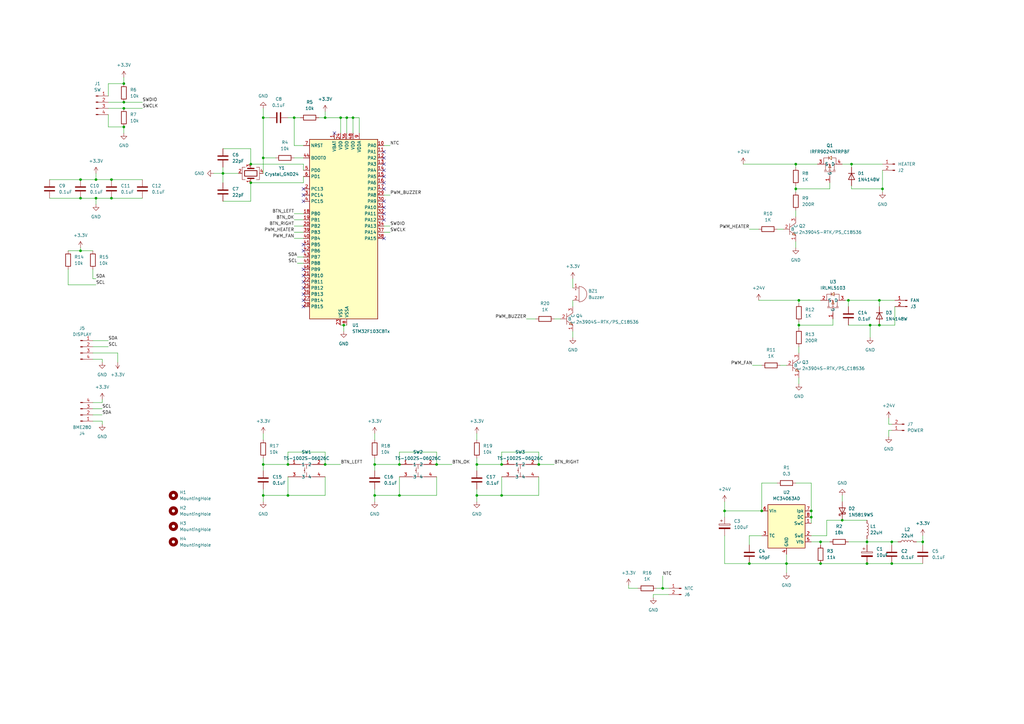
<source format=kicad_sch>
(kicad_sch (version 20230121) (generator eeschema)
  (paper "A3")
  (title_block (title "QymDryer") (date "2024-01-16") (rev "0.02") (company "https://github.com/basson/qym-filamet-dryer"))
  (lib_symbols
    (symbol "Connector:Conn_01x02_Pin" (pin_names (offset 1.016) hide)
      (property "Reference" "J" (at 0 2.54 0))
      (property "Value" "Conn_01x02_Pin" (at 0 -5.08 0))
      (symbol "Conn_01x02_Pin_1_1"
        (pin passive line (at 5.08 0 180) (length 3.81) (name "Pin_1") (number "1"))
        (pin passive line (at 5.08 -2.54 180) (length 3.81) (name "Pin_2") (number "2"))
      )
    )
    (symbol "Connector:Conn_01x04_Pin" (pin_names (offset 1.016) hide)
      (property "Reference" "J" (at 0 5.08 0))
      (property "Value" "Conn_01x04_Pin" (at 0 -7.62 0))
      (symbol "Conn_01x04_Pin_1_1"
        (pin passive line (at 5.08 2.54 180) (length 3.81) (name "Pin_1") (number "1"))
        (pin passive line (at 5.08 0 180) (length 3.81) (name "Pin_2") (number "2"))
        (pin passive line (at 5.08 -2.54 180) (length 3.81) (name "Pin_3") (number "3"))
        (pin passive line (at 5.08 -5.08 180) (length 3.81) (name "Pin_4") (number "4"))
      )
    )
    (symbol "Device:Buzzer" (pin_names (offset 0.0254) hide)
      (property "Reference" "BZ" (at 3.81 1.27 0))
      (property "Value" "Buzzer" (at 3.81 -1.27 0))
      (symbol "Buzzer_1_1"
        (pin passive line (at -2.54 2.54 0) (length 2.54) (name "-") (number "1"))
        (pin passive line (at -2.54 -2.54 0) (length 2.54) (name "+") (number "2"))
      )
    )
    (symbol "Device:C" (pin_numbers hide) (pin_names (offset 0.254))
      (property "Reference" "C" (at 0.635 2.54 0))
      (property "Value" "C" (at 0.635 -2.54 0))
      (symbol "C_1_1"
        (pin passive line (at 0 3.81 270) (length 2.794) (name "~") (number "1"))
        (pin passive line (at 0 -3.81 90) (length 2.794) (name "~") (number "2"))
      )
    )
    (symbol "Device:C_Polarized" (pin_numbers hide) (pin_names (offset 0.254))
      (property "Reference" "C" (at 0.635 2.54 0))
      (property "Value" "C_Polarized" (at 0.635 -2.54 0))
      (symbol "C_Polarized_1_1"
        (pin passive line (at 0 3.81 270) (length 2.794) (name "~") (number "1"))
        (pin passive line (at 0 -3.81 90) (length 2.794) (name "~") (number "2"))
      )
    )
    (symbol "Device:Crystal_GND24" (pin_names (offset 1.016) hide)
      (property "Reference" "Y" (at 3.175 5.08 0))
      (property "Value" "Crystal_GND24" (at 3.175 3.175 0))
      (symbol "Crystal_GND24_1_1"
        (pin passive line (at -3.81 0 0) (length 1.27) (name "1") (number "1"))
        (pin passive line (at 0 5.08 270) (length 1.27) (name "2") (number "2"))
        (pin passive line (at 3.81 0 180) (length 1.27) (name "3") (number "3"))
        (pin passive line (at 0 -5.08 90) (length 1.27) (name "4") (number "4"))
      )
    )
    (symbol "Device:L" (pin_numbers hide) (pin_names (offset 1.016) hide)
      (property "Reference" "L" (at -1.27 0 90))
      (property "Value" "L" (at 1.905 0 90))
      (symbol "L_1_1"
        (pin passive line (at 0 3.81 270) (length 1.27) (name "1") (number "1"))
        (pin passive line (at 0 -3.81 90) (length 1.27) (name "2") (number "2"))
      )
    )
    (symbol "Device:R" (pin_numbers hide) (pin_names (offset 0))
      (property "Reference" "R" (at 2.032 0 90))
      (property "Value" "R" (at 0 0 90))
      (symbol "R_1_1"
        (pin passive line (at 0 3.81 270) (length 1.27) (name "~") (number "1"))
        (pin passive line (at 0 -3.81 90) (length 1.27) (name "~") (number "2"))
      )
    )
    (symbol "Diode:1N4148W" (pin_numbers hide) (pin_names hide)
      (property "Reference" "D" (at 0 2.54 0))
      (property "Value" "1N4148W" (at 0 -2.54 0))
      (symbol "1N4148W_1_1"
        (pin passive line (at -3.81 0 0) (length 2.54) (name "K") (number "1"))
        (pin passive line (at 3.81 0 180) (length 2.54) (name "A") (number "2"))
      )
    )
    (symbol "Diode:1N5819WS" (pin_numbers hide) (pin_names (offset 1.016) hide)
      (property "Reference" "D" (at 0 2.54 0))
      (property "Value" "1N5819WS" (at 0 -2.54 0))
      (symbol "1N5819WS_1_1"
        (pin passive line (at -3.81 0 0) (length 2.54) (name "K") (number "1"))
        (pin passive line (at 3.81 0 180) (length 2.54) (name "A") (number "2"))
      )
    )
    (symbol "MCU_ST_STM32F1:STM32F103CBTx"
      (property "Reference" "U" (at -12.7 39.37 0))
      (property "Value" "STM32F103CBTx" (at 10.16 39.37 0))
      (symbol "STM32F103CBTx_1_1"
        (pin power_in line (at -2.54 40.64 270) (length 2.54) (name "VBAT") (number "1"))
        (pin bidirectional line (at 17.78 35.56 180) (length 2.54) (name "PA0") (number "10"))
        (pin bidirectional line (at 17.78 33.02 180) (length 2.54) (name "PA1") (number "11"))
        (pin bidirectional line (at 17.78 30.48 180) (length 2.54) (name "PA2") (number "12"))
        (pin bidirectional line (at 17.78 27.94 180) (length 2.54) (name "PA3") (number "13"))
        (pin bidirectional line (at 17.78 25.4 180) (length 2.54) (name "PA4") (number "14"))
        (pin bidirectional line (at 17.78 22.86 180) (length 2.54) (name "PA5") (number "15"))
        (pin bidirectional line (at 17.78 20.32 180) (length 2.54) (name "PA6") (number "16"))
        (pin bidirectional line (at 17.78 17.78 180) (length 2.54) (name "PA7") (number "17"))
        (pin bidirectional line (at -15.24 7.62 0) (length 2.54) (name "PB0") (number "18"))
        (pin bidirectional line (at -15.24 5.08 0) (length 2.54) (name "PB1") (number "19"))
        (pin bidirectional line (at -15.24 17.78 0) (length 2.54) (name "PC13") (number "2"))
        (pin bidirectional line (at -15.24 2.54 0) (length 2.54) (name "PB2") (number "20"))
        (pin bidirectional line (at -15.24 -17.78 0) (length 2.54) (name "PB10") (number "21"))
        (pin bidirectional line (at -15.24 -20.32 0) (length 2.54) (name "PB11") (number "22"))
        (pin power_in line (at 0 -38.1 90) (length 2.54) (name "VSS") (number "23"))
        (pin power_in line (at 0 40.64 270) (length 2.54) (name "VDD") (number "24"))
        (pin bidirectional line (at -15.24 -22.86 0) (length 2.54) (name "PB12") (number "25"))
        (pin bidirectional line (at -15.24 -25.4 0) (length 2.54) (name "PB13") (number "26"))
        (pin bidirectional line (at -15.24 -27.94 0) (length 2.54) (name "PB14") (number "27"))
        (pin bidirectional line (at -15.24 -30.48 0) (length 2.54) (name "PB15") (number "28"))
        (pin bidirectional line (at 17.78 15.24 180) (length 2.54) (name "PA8") (number "29"))
        (pin bidirectional line (at -15.24 15.24 0) (length 2.54) (name "PC14") (number "3"))
        (pin bidirectional line (at 17.78 12.7 180) (length 2.54) (name "PA9") (number "30"))
        (pin bidirectional line (at 17.78 10.16 180) (length 2.54) (name "PA10") (number "31"))
        (pin bidirectional line (at 17.78 7.62 180) (length 2.54) (name "PA11") (number "32"))
        (pin bidirectional line (at 17.78 5.08 180) (length 2.54) (name "PA12") (number "33"))
        (pin bidirectional line (at 17.78 2.54 180) (length 2.54) (name "PA13") (number "34"))
        (pin passive line (at 0 -38.1 90) (length 2.54) hide (name "VSS") (number "35"))
        (pin power_in line (at 2.54 40.64 270) (length 2.54) (name "VDD") (number "36"))
        (pin bidirectional line (at 17.78 0 180) (length 2.54) (name "PA14") (number "37"))
        (pin bidirectional line (at 17.78 -2.54 180) (length 2.54) (name "PA15") (number "38"))
        (pin bidirectional line (at -15.24 0 0) (length 2.54) (name "PB3") (number "39"))
        (pin bidirectional line (at -15.24 12.7 0) (length 2.54) (name "PC15") (number "4"))
        (pin bidirectional line (at -15.24 -2.54 0) (length 2.54) (name "PB4") (number "40"))
        (pin bidirectional line (at -15.24 -5.08 0) (length 2.54) (name "PB5") (number "41"))
        (pin bidirectional line (at -15.24 -7.62 0) (length 2.54) (name "PB6") (number "42"))
        (pin bidirectional line (at -15.24 -10.16 0) (length 2.54) (name "PB7") (number "43"))
        (pin input line (at -15.24 30.48 0) (length 2.54) (name "BOOT0") (number "44"))
        (pin bidirectional line (at -15.24 -12.7 0) (length 2.54) (name "PB8") (number "45"))
        (pin bidirectional line (at -15.24 -15.24 0) (length 2.54) (name "PB9") (number "46"))
        (pin passive line (at 0 -38.1 90) (length 2.54) hide (name "VSS") (number "47"))
        (pin power_in line (at 5.08 40.64 270) (length 2.54) (name "VDD") (number "48"))
        (pin bidirectional line (at -15.24 25.4 0) (length 2.54) (name "PD0") (number "5"))
        (pin bidirectional line (at -15.24 22.86 0) (length 2.54) (name "PD1") (number "6"))
        (pin input line (at -15.24 35.56 0) (length 2.54) (name "NRST") (number "7"))
        (pin power_in line (at 2.54 -38.1 90) (length 2.54) (name "VSSA") (number "8"))
        (pin power_in line (at 7.62 40.64 270) (length 2.54) (name "VDDA") (number "9"))
      )
    )
    (symbol "Mechanical:MountingHole" (pin_names (offset 1.016))
      (property "Reference" "H" (at 0 5.08 0))
      (property "Value" "MountingHole" (at 0 3.175 0))
    )
    (symbol "Regulator_Switching:MC34063AD"
      (property "Reference" "U" (at -7.62 8.89 0))
      (property "Value" "MC34063AD" (at 0 8.89 0))
      (symbol "MC34063AD_1_1"
        (pin open_collector line (at 10.16 0 180) (length 2.54) (name "SwC") (number "1"))
        (pin open_emitter line (at 10.16 -5.08 180) (length 2.54) (name "SwE") (number "2"))
        (pin passive line (at -10.16 -5.08 0) (length 2.54) (name "TC") (number "3"))
        (pin power_in line (at 0 -12.7 90) (length 2.54) (name "GND") (number "4"))
        (pin input line (at 10.16 -7.62 180) (length 2.54) (name "Vfb") (number "5"))
        (pin power_in line (at -10.16 5.08 0) (length 2.54) (name "Vin") (number "6"))
        (pin input line (at 10.16 5.08 180) (length 2.54) (name "Ipk") (number "7"))
        (pin open_collector line (at 10.16 2.54 180) (length 2.54) (name "DC") (number "8"))
      )
    )
    (symbol "easyeda2kicad:2n3904S-RTK_PS_C18536"
      (property "Reference" "Q" (at 0 10.16 0))
      (property "Value" "2n3904S-RTK/PS_C18536" (at 0 -10.16 0))
      (symbol "2n3904S-RTK_PS_C18536_0_1"
        (pin input line (at 2.54 -5.08 90) (length 2.54) (name "E") (number "1"))
        (pin input line (at -2.54 0 0) (length 2.54) (name "B") (number "2"))
        (pin input line (at 2.54 5.08 270) (length 2.54) (name "C") (number "3"))
      )
    )
    (symbol "easyeda2kicad:IRFR9024NTRPBF"
      (property "Reference" "Q" (at 0 10.16 0))
      (property "Value" "IRFR9024NTRPBF" (at 0 -10.16 0))
      (symbol "IRFR9024NTRPBF_0_1"
        (pin unspecified line (at -5.08 0 0) (length 2.54) (name "G") (number "1"))
        (pin unspecified line (at 2.54 -5.08 90) (length 2.54) (name "S") (number "3"))
        (pin unspecified line (at 2.54 5.08 270) (length 2.54) (name "D") (number "4"))
      )
    )
    (symbol "easyeda2kicad:IRLML5103"
      (property "Reference" "U" (at 0 10.16 0))
      (property "Value" "IRLML5103" (at 0 -10.16 0))
      (symbol "IRLML5103_0_1"
        (pin unspecified line (at -7.62 0 0) (length 2.54) (name "G") (number "1"))
        (pin unspecified line (at 0 -5.08 90) (length 2.54) (name "S") (number "2"))
        (pin unspecified line (at 0 5.08 270) (length 2.54) (name "D") (number "3"))
      )
    )
    (symbol "easyeda2kicad:TS-1002S-06026C"
      (property "Reference" "SW" (at 0 7.62 0))
      (property "Value" "TS-1002S-06026C" (at 0 -7.62 0))
      (symbol "TS-1002S-06026C_0_1"
        (pin unspecified line (at -7.62 2.54 0) (length 5.08) (name "1") (number "1"))
        (pin unspecified line (at 7.62 2.54 180) (length 5.08) (name "2") (number "2"))
        (pin unspecified line (at -7.62 -2.54 0) (length 5.08) (name "3") (number "3"))
        (pin unspecified line (at 7.62 -2.54 180) (length 5.08) (name "4") (number "4"))
      )
    )
    (symbol "power:+24V" (power) (pin_names (offset 0))
      (property "Value" "+24V" (at 0 3.556 0))
      (symbol "+24V_1_1"
        (pin power_in line (at 0 0 90) (length 0) hide (name "+24V") (number "1"))
      )
    )
    (symbol "power:+3.3V" (power) (pin_names (offset 0))
      (property "Value" "+3.3V" (at 0 3.556 0))
      (symbol "+3.3V_1_1"
        (pin power_in line (at 0 0 90) (length 0) hide (name "+3.3V") (number "1"))
      )
    )
    (symbol "power:GND" (power) (pin_names (offset 0))
      (property "Value" "GND" (at 0 -3.81 0))
      (symbol "GND_1_1"
        (pin power_in line (at 0 0 270) (length 0) hide (name "GND") (number "1"))
      )
    )
  )
  (junction (at 107.95 64.77))
  (junction (at 365.76 231.14))
  (junction (at 144.78 48.26))
  (junction (at 140.97 133.35))
  (junction (at 307.34 231.14))
  (junction (at 50.8 44.45))
  (junction (at 102.87 74.93))
  (junction (at 205.74 203.2))
  (junction (at 153.67 203.2))
  (junction (at 107.95 203.2))
  (junction (at 271.78 241.3))
  (junction (at 142.24 48.26))
  (junction (at 39.37 73.66))
  (junction (at 205.74 190.5))
  (junction (at 332.74 212.09))
  (junction (at 322.58 231.14))
  (junction (at 33.02 102.87))
  (junction (at 139.7 48.26))
  (junction (at 355.6 231.14))
  (junction (at 297.18 209.55))
  (junction (at 327.66 133.35))
  (junction (at 336.55 222.25))
  (junction (at 153.67 190.5))
  (junction (at 336.55 231.14))
  (junction (at 39.37 81.28))
  (junction (at 33.02 81.28))
  (junction (at 355.6 222.25))
  (junction (at 50.8 34.29))
  (junction (at 347.98 123.19))
  (junction (at 345.44 213.36))
  (junction (at 118.11 203.2))
  (junction (at 195.58 190.5))
  (junction (at 361.95 77.47))
  (junction (at 326.39 67.31))
  (junction (at 356.87 133.35))
  (junction (at 45.72 73.66))
  (junction (at 50.8 52.07))
  (junction (at 332.74 209.55))
  (junction (at 107.95 48.26))
  (junction (at 91.44 71.12))
  (junction (at 360.68 123.19))
  (junction (at 365.76 222.25))
  (junction (at 133.35 190.5))
  (junction (at 133.35 48.26))
  (junction (at 118.11 190.5))
  (junction (at 50.8 41.91))
  (junction (at 120.65 48.26))
  (junction (at 195.58 203.2))
  (junction (at 360.68 133.35))
  (junction (at 163.83 203.2))
  (junction (at 312.42 209.55))
  (junction (at 378.46 222.25))
  (junction (at 327.66 123.19))
  (junction (at 326.39 77.47))
  (junction (at 102.87 67.31))
  (junction (at 179.07 190.5))
  (junction (at 107.95 190.5))
  (junction (at 220.98 190.5))
  (junction (at 163.83 190.5))
  (junction (at 33.02 73.66))
  (junction (at 349.25 67.31))
  (junction (at 45.72 81.28))
  (no_connect (at 157.48 77.47))
  (no_connect (at 124.46 82.55))
  (no_connect (at 124.46 125.73))
  (no_connect (at 124.46 120.65))
  (no_connect (at 157.48 85.09))
  (no_connect (at 157.48 69.85))
  (no_connect (at 157.48 74.93))
  (no_connect (at 124.46 118.11))
  (no_connect (at 124.46 115.57))
  (no_connect (at 124.46 100.33))
  (no_connect (at 124.46 102.87))
  (no_connect (at 124.46 123.19))
  (no_connect (at 124.46 77.47))
  (no_connect (at 157.48 97.79))
  (no_connect (at 157.48 72.39))
  (no_connect (at 157.48 67.31))
  (no_connect (at 137.16 54.61))
  (no_connect (at 157.48 62.23))
  (no_connect (at 157.48 87.63))
  (no_connect (at 157.48 64.77))
  (no_connect (at 124.46 110.49))
  (no_connect (at 124.46 80.01))
  (no_connect (at 124.46 113.03))
  (no_connect (at 157.48 90.17))
  (no_connect (at 157.48 82.55))
  (wire (pts (xy 39.37 81.28) (xy 39.37 83.82)))
  (wire (pts (xy 44.45 46.99) (xy 44.45 52.07)))
  (wire (pts (xy 195.58 177.8) (xy 195.58 180.34)))
  (wire (pts (xy 44.45 41.91) (xy 50.8 41.91)))
  (wire (pts (xy 50.8 31.75) (xy 50.8 34.29)))
  (wire (pts (xy 336.55 222.25) (xy 336.55 223.52)))
  (wire (pts (xy 133.35 190.5) (xy 139.7 190.5)))
  (wire (pts (xy 195.58 203.2) (xy 195.58 205.74)))
  (wire (pts (xy 205.74 203.2) (xy 195.58 203.2)))
  (wire (pts (xy 124.46 69.85) (xy 124.46 67.31)))
  (wire (pts (xy 38.1 139.7) (xy 44.45 139.7)))
  (wire (pts (xy 107.95 48.26) (xy 107.95 64.77)))
  (wire (pts (xy 346.71 123.19) (xy 347.98 123.19)))
  (wire (pts (xy 356.87 133.35) (xy 356.87 138.43)))
  (wire (pts (xy 367.03 125.73) (xy 367.03 133.35)))
  (wire (pts (xy 327.66 123.19) (xy 327.66 124.46)))
  (wire (pts (xy 124.46 72.39) (xy 124.46 74.93)))
  (wire (pts (xy 107.95 44.45) (xy 107.95 48.26)))
  (wire (pts (xy 297.18 205.74) (xy 297.18 209.55)))
  (wire (pts (xy 349.25 77.47) (xy 361.95 77.47)))
  (wire (pts (xy 38.1 167.64) (xy 41.91 167.64)))
  (wire (pts (xy 133.35 48.26) (xy 133.35 45.72)))
  (wire (pts (xy 347.98 222.25) (xy 355.6 222.25)))
  (wire (pts (xy 327.66 142.24) (xy 327.66 144.78)))
  (wire (pts (xy 45.72 81.28) (xy 58.42 81.28)))
  (wire (pts (xy 195.58 190.5) (xy 205.74 190.5)))
  (wire (pts (xy 91.44 71.12) (xy 91.44 74.93)))
  (wire (pts (xy 308.61 149.86) (xy 312.42 149.86)))
  (wire (pts (xy 133.35 48.26) (xy 139.7 48.26)))
  (wire (pts (xy 50.8 52.07) (xy 50.8 54.61)))
  (wire (pts (xy 322.58 231.14) (xy 322.58 234.95)))
  (wire (pts (xy 234.95 123.19) (xy 234.95 125.73)))
  (wire (pts (xy 140.97 133.35) (xy 142.24 133.35)))
  (wire (pts (xy 38.1 144.78) (xy 48.26 144.78)))
  (wire (pts (xy 121.92 105.41) (xy 124.46 105.41)))
  (wire (pts (xy 157.48 80.01) (xy 160.02 80.01)))
  (wire (pts (xy 133.35 190.5) (xy 133.35 185.42)))
  (wire (pts (xy 360.68 123.19) (xy 360.68 125.73)))
  (wire (pts (xy 267.97 243.84) (xy 267.97 245.11)))
  (wire (pts (xy 320.04 149.86) (xy 322.58 149.86)))
  (wire (pts (xy 130.81 48.26) (xy 133.35 48.26)))
  (wire (pts (xy 139.7 48.26) (xy 139.7 54.61)))
  (wire (pts (xy 365.76 231.14) (xy 355.6 231.14)))
  (wire (pts (xy 39.37 114.3) (xy 38.1 114.3)))
  (wire (pts (xy 365.76 222.25) (xy 368.3 222.25)))
  (wire (pts (xy 118.11 185.42) (xy 118.11 190.5)))
  (wire (pts (xy 215.9 130.81) (xy 219.71 130.81)))
  (wire (pts (xy 140.97 133.35) (xy 140.97 135.89)))
  (wire (pts (xy 153.67 200.66) (xy 153.67 203.2)))
  (wire (pts (xy 102.87 74.93) (xy 124.46 74.93)))
  (wire (pts (xy 118.11 195.58) (xy 118.11 203.2)))
  (wire (pts (xy 120.65 95.25) (xy 124.46 95.25)))
  (wire (pts (xy 326.39 76.2) (xy 326.39 77.47)))
  (wire (pts (xy 339.09 213.36) (xy 345.44 213.36)))
  (wire (pts (xy 345.44 213.36) (xy 355.6 213.36)))
  (wire (pts (xy 327.66 133.35) (xy 327.66 134.62)))
  (wire (pts (xy 33.02 102.87) (xy 38.1 102.87)))
  (wire (pts (xy 378.46 231.14) (xy 365.76 231.14)))
  (wire (pts (xy 274.32 243.84) (xy 267.97 243.84)))
  (wire (pts (xy 304.8 67.31) (xy 326.39 67.31)))
  (wire (pts (xy 118.11 203.2) (xy 107.95 203.2)))
  (wire (pts (xy 332.74 198.12) (xy 332.74 209.55)))
  (wire (pts (xy 107.95 200.66) (xy 107.95 203.2)))
  (wire (pts (xy 345.44 203.2) (xy 345.44 205.74)))
  (wire (pts (xy 365.76 173.99) (xy 364.49 173.99)))
  (wire (pts (xy 39.37 81.28) (xy 45.72 81.28)))
  (wire (pts (xy 110.49 48.26) (xy 107.95 48.26)))
  (wire (pts (xy 120.65 48.26) (xy 123.19 48.26)))
  (wire (pts (xy 234.95 135.89) (xy 234.95 138.43)))
  (wire (pts (xy 142.24 48.26) (xy 144.78 48.26)))
  (wire (pts (xy 340.36 77.47) (xy 326.39 77.47)))
  (wire (pts (xy 44.45 44.45) (xy 50.8 44.45)))
  (wire (pts (xy 271.78 236.22) (xy 271.78 241.3)))
  (wire (pts (xy 327.66 154.94) (xy 327.66 157.48)))
  (wire (pts (xy 361.95 69.85) (xy 361.95 77.47)))
  (wire (pts (xy 339.09 213.36) (xy 339.09 219.71)))
  (wire (pts (xy 220.98 190.5) (xy 220.98 185.42)))
  (wire (pts (xy 41.91 147.32) (xy 41.91 148.59)))
  (wire (pts (xy 326.39 86.36) (xy 326.39 88.9)))
  (wire (pts (xy 44.45 39.37) (xy 44.45 34.29)))
  (wire (pts (xy 153.67 187.96) (xy 153.67 190.5)))
  (wire (pts (xy 91.44 71.12) (xy 97.79 71.12)))
  (wire (pts (xy 365.76 222.25) (xy 365.76 223.52)))
  (wire (pts (xy 107.95 64.77) (xy 113.03 64.77)))
  (wire (pts (xy 326.39 99.06) (xy 326.39 101.6)))
  (wire (pts (xy 220.98 195.58) (xy 220.98 203.2)))
  (wire (pts (xy 307.34 219.71) (xy 312.42 219.71)))
  (wire (pts (xy 163.83 185.42) (xy 163.83 190.5)))
  (wire (pts (xy 340.36 74.93) (xy 340.36 77.47)))
  (wire (pts (xy 327.66 132.08) (xy 327.66 133.35)))
  (wire (pts (xy 121.92 107.95) (xy 124.46 107.95)))
  (wire (pts (xy 205.74 195.58) (xy 205.74 203.2)))
  (wire (pts (xy 355.6 222.25) (xy 365.76 222.25)))
  (wire (pts (xy 307.34 93.98) (xy 311.15 93.98)))
  (wire (pts (xy 220.98 190.5) (xy 227.33 190.5)))
  (wire (pts (xy 91.44 82.55) (xy 102.87 82.55)))
  (wire (pts (xy 120.65 59.69) (xy 120.65 48.26)))
  (wire (pts (xy 39.37 71.12) (xy 39.37 73.66)))
  (wire (pts (xy 41.91 165.1) (xy 41.91 163.83)))
  (wire (pts (xy 120.65 97.79) (xy 124.46 97.79)))
  (wire (pts (xy 234.95 114.3) (xy 234.95 118.11)))
  (wire (pts (xy 297.18 231.14) (xy 307.34 231.14)))
  (wire (pts (xy 332.74 212.09) (xy 332.74 214.63)))
  (wire (pts (xy 322.58 231.14) (xy 336.55 231.14)))
  (wire (pts (xy 153.67 203.2) (xy 153.67 205.74)))
  (wire (pts (xy 179.07 185.42) (xy 163.83 185.42)))
  (wire (pts (xy 91.44 68.58) (xy 91.44 71.12)))
  (wire (pts (xy 179.07 190.5) (xy 179.07 185.42)))
  (wire (pts (xy 364.49 173.99) (xy 364.49 171.45)))
  (wire (pts (xy 107.95 187.96) (xy 107.95 190.5)))
  (wire (pts (xy 297.18 219.71) (xy 297.18 231.14)))
  (wire (pts (xy 356.87 133.35) (xy 360.68 133.35)))
  (wire (pts (xy 347.98 133.35) (xy 356.87 133.35)))
  (wire (pts (xy 38.1 114.3) (xy 38.1 110.49)))
  (wire (pts (xy 153.67 190.5) (xy 153.67 193.04)))
  (wire (pts (xy 157.48 59.69) (xy 160.02 59.69)))
  (wire (pts (xy 102.87 60.96) (xy 102.87 67.31)))
  (wire (pts (xy 153.67 190.5) (xy 163.83 190.5)))
  (wire (pts (xy 318.77 93.98) (xy 321.31 93.98)))
  (wire (pts (xy 332.74 222.25) (xy 336.55 222.25)))
  (wire (pts (xy 45.72 73.66) (xy 58.42 73.66)))
  (wire (pts (xy 332.74 209.55) (xy 332.74 212.09)))
  (wire (pts (xy 227.33 130.81) (xy 229.87 130.81)))
  (wire (pts (xy 27.94 116.84) (xy 27.94 110.49)))
  (wire (pts (xy 179.07 190.5) (xy 185.42 190.5)))
  (wire (pts (xy 361.95 77.47) (xy 361.95 78.74)))
  (wire (pts (xy 107.95 203.2) (xy 107.95 205.74)))
  (wire (pts (xy 318.77 198.12) (xy 312.42 198.12)))
  (wire (pts (xy 271.78 241.3) (xy 274.32 241.3)))
  (wire (pts (xy 44.45 34.29) (xy 50.8 34.29)))
  (wire (pts (xy 38.1 142.24) (xy 44.45 142.24)))
  (wire (pts (xy 360.68 133.35) (xy 367.03 133.35)))
  (wire (pts (xy 195.58 190.5) (xy 195.58 193.04)))
  (wire (pts (xy 312.42 198.12) (xy 312.42 209.55)))
  (wire (pts (xy 102.87 82.55) (xy 102.87 74.93)))
  (wire (pts (xy 365.76 176.53) (xy 364.49 176.53)))
  (wire (pts (xy 326.39 77.47) (xy 326.39 78.74)))
  (wire (pts (xy 326.39 67.31) (xy 335.28 67.31)))
  (wire (pts (xy 107.95 190.5) (xy 107.95 193.04)))
  (wire (pts (xy 179.07 203.2) (xy 163.83 203.2)))
  (wire (pts (xy 120.65 87.63) (xy 124.46 87.63)))
  (wire (pts (xy 20.32 81.28) (xy 33.02 81.28)))
  (wire (pts (xy 326.39 198.12) (xy 332.74 198.12)))
  (wire (pts (xy 220.98 203.2) (xy 205.74 203.2)))
  (wire (pts (xy 139.7 133.35) (xy 140.97 133.35)))
  (wire (pts (xy 326.39 67.31) (xy 326.39 68.58)))
  (wire (pts (xy 349.25 76.2) (xy 349.25 77.47)))
  (wire (pts (xy 133.35 185.42) (xy 118.11 185.42)))
  (wire (pts (xy 336.55 222.25) (xy 340.36 222.25)))
  (wire (pts (xy 163.83 195.58) (xy 163.83 203.2)))
  (wire (pts (xy 147.32 48.26) (xy 147.32 54.61)))
  (wire (pts (xy 257.81 241.3) (xy 261.62 241.3)))
  (wire (pts (xy 205.74 185.42) (xy 205.74 190.5)))
  (wire (pts (xy 107.95 177.8) (xy 107.95 180.34)))
  (wire (pts (xy 144.78 48.26) (xy 144.78 54.61)))
  (wire (pts (xy 33.02 101.6) (xy 33.02 102.87)))
  (wire (pts (xy 355.6 222.25) (xy 355.6 223.52)))
  (wire (pts (xy 322.58 227.33) (xy 322.58 231.14)))
  (wire (pts (xy 157.48 92.71) (xy 160.02 92.71)))
  (wire (pts (xy 312.42 209.55) (xy 297.18 209.55)))
  (wire (pts (xy 41.91 172.72) (xy 41.91 173.99)))
  (wire (pts (xy 163.83 203.2) (xy 153.67 203.2)))
  (wire (pts (xy 87.63 71.12) (xy 91.44 71.12)))
  (wire (pts (xy 39.37 73.66) (xy 45.72 73.66)))
  (wire (pts (xy 44.45 52.07) (xy 50.8 52.07)))
  (wire (pts (xy 38.1 165.1) (xy 41.91 165.1)))
  (wire (pts (xy 378.46 219.71) (xy 378.46 222.25)))
  (wire (pts (xy 349.25 67.31) (xy 349.25 68.58)))
  (wire (pts (xy 375.92 222.25) (xy 378.46 222.25)))
  (wire (pts (xy 118.11 48.26) (xy 120.65 48.26)))
  (wire (pts (xy 341.63 130.81) (xy 341.63 133.35)))
  (wire (pts (xy 33.02 73.66) (xy 39.37 73.66)))
  (wire (pts (xy 378.46 222.25) (xy 378.46 223.52)))
  (wire (pts (xy 297.18 209.55) (xy 297.18 212.09)))
  (wire (pts (xy 311.15 123.19) (xy 327.66 123.19)))
  (wire (pts (xy 91.44 60.96) (xy 102.87 60.96)))
  (wire (pts (xy 50.8 44.45) (xy 58.42 44.45)))
  (wire (pts (xy 339.09 219.71) (xy 332.74 219.71)))
  (wire (pts (xy 38.1 170.18) (xy 41.91 170.18)))
  (wire (pts (xy 157.48 95.25) (xy 160.02 95.25)))
  (wire (pts (xy 33.02 81.28) (xy 39.37 81.28)))
  (wire (pts (xy 124.46 59.69) (xy 120.65 59.69)))
  (wire (pts (xy 307.34 231.14) (xy 322.58 231.14)))
  (wire (pts (xy 133.35 195.58) (xy 133.35 203.2)))
  (wire (pts (xy 179.07 195.58) (xy 179.07 203.2)))
  (wire (pts (xy 220.98 185.42) (xy 205.74 185.42)))
  (wire (pts (xy 133.35 203.2) (xy 118.11 203.2)))
  (wire (pts (xy 195.58 200.66) (xy 195.58 203.2)))
  (wire (pts (xy 307.34 223.52) (xy 307.34 219.71)))
  (wire (pts (xy 139.7 48.26) (xy 142.24 48.26)))
  (wire (pts (xy 27.94 102.87) (xy 33.02 102.87)))
  (wire (pts (xy 20.32 73.66) (xy 33.02 73.66)))
  (wire (pts (xy 144.78 48.26) (xy 147.32 48.26)))
  (wire (pts (xy 107.95 64.77) (xy 107.95 71.12)))
  (wire (pts (xy 124.46 67.31) (xy 102.87 67.31)))
  (wire (pts (xy 364.49 176.53) (xy 364.49 179.07)))
  (wire (pts (xy 120.65 92.71) (xy 124.46 92.71)))
  (wire (pts (xy 349.25 67.31) (xy 361.95 67.31)))
  (wire (pts (xy 336.55 123.19) (xy 327.66 123.19)))
  (wire (pts (xy 39.37 116.84) (xy 27.94 116.84)))
  (wire (pts (xy 38.1 172.72) (xy 41.91 172.72)))
  (wire (pts (xy 341.63 133.35) (xy 327.66 133.35)))
  (wire (pts (xy 38.1 147.32) (xy 41.91 147.32)))
  (wire (pts (xy 345.44 67.31) (xy 349.25 67.31)))
  (wire (pts (xy 355.6 220.98) (xy 355.6 222.25)))
  (wire (pts (xy 120.65 90.17) (xy 124.46 90.17)))
  (wire (pts (xy 347.98 123.19) (xy 347.98 125.73)))
  (wire (pts (xy 257.81 240.03) (xy 257.81 241.3)))
  (wire (pts (xy 360.68 123.19) (xy 367.03 123.19)))
  (wire (pts (xy 269.24 241.3) (xy 271.78 241.3)))
  (wire (pts (xy 195.58 187.96) (xy 195.58 190.5)))
  (wire (pts (xy 336.55 231.14) (xy 355.6 231.14)))
  (wire (pts (xy 50.8 41.91) (xy 58.42 41.91)))
  (wire (pts (xy 107.95 190.5) (xy 118.11 190.5)))
  (wire (pts (xy 48.26 144.78) (xy 48.26 148.59)))
  (wire (pts (xy 347.98 123.19) (xy 360.68 123.19)))
  (wire (pts (xy 120.65 64.77) (xy 124.46 64.77)))
  (wire (pts (xy 142.24 48.26) (xy 142.24 54.61)))
  (wire (pts (xy 153.67 177.8) (xy 153.67 180.34)))
  (label "PWM_FAN" (at 120.65 97.79 180))
  (label "SWCLK" (at 160.02 95.25 0))
  (label "BTN_RIGHT" (at 120.65 92.71 180))
  (label "SCL" (at 121.92 107.95 180))
  (label "BTN_OK" (at 185.42 190.5 0))
  (label "SCL" (at 39.37 116.84 0))
  (label "SWCLK" (at 58.42 44.45 0))
  (label "SWDIO" (at 160.02 92.71 0))
  (label "BTN_LEFT" (at 139.7 190.5 0))
  (label "SDA" (at 44.45 139.7 0))
  (label "SDA" (at 41.91 170.18 0))
  (label "NTC" (at 160.02 59.69 0))
  (label "SCL" (at 41.91 167.64 0))
  (label "PWM_HEATER" (at 120.65 95.25 180))
  (label "SWDIO" (at 58.42 41.91 0))
  (label "SDA" (at 39.37 114.3 0))
  (label "PWM_HEATER" (at 307.34 93.98 180))
  (label "PWM_BUZZER" (at 215.9 130.81 180))
  (label "PWM_BUZZER" (at 160.02 80.01 0))
  (label "NTC" (at 271.78 236.22 0))
  (label "BTN_OK" (at 120.65 90.17 180))
  (label "BTN_LEFT" (at 120.65 87.63 180))
  (label "SCL" (at 44.45 142.24 0))
  (label "SDA" (at 121.92 105.41 180))
  (label "PWM_FAN" (at 308.61 149.86 180))
  (label "BTN_RIGHT" (at 227.33 190.5 0))
  (symbol (lib_id "Device:R") (at 223.52 130.81 270) (unit 1)
    (property "Reference" "R20" (at 223.52 124.46 90))
    (property "Value" "1K" (at 223.52 127 90))
    (property "Footprint" "Resistor_SMD:R_1206_3216Metric_Pad1.30x1.75mm_HandSolder" (effects hide))
  )
  (symbol (lib_id "easyeda2kicad:IRFR9024NTRPBF") (at 340.36 69.85 270) (mirror x) (unit 1)
    (property "Reference" "Q1" (at 340.36 59.69 90))
    (property "Value" "IRFR9024NTRPBF" (at 340.36 62.23 90))
    (property "Footprint" "easyeda2kicad:TO-252-2_L6.6-W6.1-P4.58-LS9.9-TR" (effects hide))
    (property "Datasheet" "https://lcsc.com/product-detail/MOSFET_IR_IRFR9024NTRPBF_IRFR9024NTRPBF_C2585.html" (effects hide))
    (property "LCSC Part" "C2585" (effects hide))
  )
  (symbol (lib_id "MCU_ST_STM32F1:STM32F103CBTx") (at 139.7 95.25 0) (unit 1)
    (property "Reference" "U1" (at 144.4341 133.35 0) (effects (justify left)))
    (property "Value" "STM32F103CBTx" (at 144.4341 135.89 0) (effects (justify left)))
    (property "Footprint" "Package_QFP:LQFP-48_7x7mm_P0.5mm" (effects hide))
    (property "Datasheet" "https://www.st.com/resource/en/datasheet/stm32f103cb.pdf" (effects hide))
  )
  (symbol (lib_id "Connector:Conn_01x04_Pin") (at 33.02 142.24 0) (unit 1)
    (property "Reference" "J5" (at 33.655 134.62 0))
    (property "Value" "DISPLAY" (at 33.655 137.16 0))
    (property "Footprint" "libs:Display_128x64_096_I2C" (effects hide))
  )
  (symbol (lib_id "Connector:Conn_01x02_Pin") (at 279.4 241.3 0) (mirror y) (unit 1)
    (property "Reference" "J6" (at 280.67 243.84 0) (effects (justify right)))
    (property "Value" "NTC" (at 280.67 241.3 0) (effects (justify right)))
    (property "Footprint" "easyeda2kicad:CONN-TH_2P-P2.50_HC-XH-2A-G" (effects hide))
  )
  (symbol (lib_id "power:GND") (at 107.95 44.45 180) (unit 1)
    (property "Reference" "#PWR04" (effects hide))
    (property "Value" "GND" (at 107.95 39.37 0))
  )
  (symbol (lib_id "Diode:1N4148W") (at 349.25 72.39 270) (unit 1)
    (property "Reference" "D1" (at 351.79 71.12 90) (effects (justify left)))
    (property "Value" "1N4148W" (at 351.79 73.66 90) (effects (justify left)))
    (property "Footprint" "Diode_SMD:D_SOD-123" (effects hide))
    (property "Datasheet" "https://www.vishay.com/docs/85748/1n4148w.pdf" (effects hide))
    (property "Sim.Device" "D" (effects hide))
    (property "Sim.Pins" "1=K 2=A" (effects hide))
  )
  (symbol (lib_id "power:+3.3V") (at 133.35 45.72 0) (unit 1)
    (property "Reference" "#PWR06" (effects hide))
    (property "Value" "+3.3V" (at 133.35 40.64 0))
  )
  (symbol (lib_id "easyeda2kicad:TS-1002S-06026C") (at 171.45 193.04 0) (unit 1)
    (property "Reference" "SW2" (at 171.45 185.42 0))
    (property "Value" "TS-1002S-06026C" (at 171.45 187.96 0))
    (property "Footprint" "easyeda2kicad:KEY-SMD_4P-L6.0-W6.0-P4.50-LS9.5-BR" (effects hide))
    (property "Datasheet" "https://lcsc.com/product-detail/Tactile-Switches_XUNPU-TS-1002S-06026C_C455112.html" (effects hide))
    (property "LCSC Part" "C455112" (effects hide))
  )
  (symbol (lib_id "Device:R") (at 322.58 198.12 90) (unit 1)
    (property "Reference" "R1" (at 322.58 191.77 90))
    (property "Value" "0.3" (at 322.58 194.31 90))
    (property "Footprint" "Resistor_SMD:R_1206_3216Metric_Pad1.30x1.75mm_HandSolder" (effects hide))
  )
  (symbol (lib_id "Device:L") (at 355.6 217.17 0) (unit 1)
    (property "Reference" "L1" (at 356.87 215.9 0) (effects (justify left)))
    (property "Value" "22uH" (at 356.87 218.44 0) (effects (justify left)))
    (property "Footprint" "Inductor_SMD:L_6.3x6.3_H3" (effects hide))
  )
  (symbol (lib_id "power:+24V") (at 311.15 123.19 0) (unit 1)
    (property "Reference" "#PWR017" (effects hide))
    (property "Value" "+24V" (at 311.15 118.11 0))
  )
  (symbol (lib_id "power:+3.3V") (at 234.95 114.3 0) (unit 1)
    (property "Reference" "#PWR035" (effects hide))
    (property "Value" "+3.3V" (at 234.95 109.22 0))
  )
  (symbol (lib_id "Mechanical:MountingHole") (at 71.12 222.25 0) (unit 1)
    (property "Reference" "H4" (at 73.66 220.98 0) (effects (justify left)))
    (property "Value" "MountingHole" (at 73.66 223.52 0) (effects (justify left)))
    (property "Footprint" "MountingHole:MountingHole_3.2mm_M3_DIN965_Pad" (effects hide))
  )
  (symbol (lib_id "easyeda2kicad:2n3904S-RTK_PS_C18536") (at 232.41 130.81 0) (unit 1)
    (property "Reference" "Q4" (at 236.22 129.54 0) (effects (justify left)))
    (property "Value" "2n3904S-RTK/PS_C18536" (at 236.22 132.08 0) (effects (justify left)))
    (property "Footprint" "easyeda2kicad:SOT-23-3_L2.9-W1.3-P1.90-LS2.4-TR" (effects hide))
    (property "Datasheet" "https://lcsc.com/product-detail/Transistors-NPN-PNP_KEC_2n3904S-RTK-P_2n3904S-RTK-P_C18536.html" (effects hide))
    (property "Manufacturer" "KEC" (effects hide))
    (property "LCSC Part" "C18536" (effects hide))
    (property "JLC Part" "Extended Part" (effects hide))
  )
  (symbol (lib_id "power:GND") (at 39.37 83.82 0) (unit 1)
    (property "Reference" "#PWR010" (effects hide))
    (property "Value" "GND" (at 39.37 88.9 0))
  )
  (symbol (lib_id "power:GND") (at 322.58 234.95 0) (unit 1)
    (property "Reference" "#PWR03" (effects hide))
    (property "Value" "GND" (at 322.58 240.03 0))
  )
  (symbol (lib_id "Mechanical:MountingHole") (at 71.12 209.55 0) (unit 1)
    (property "Reference" "H2" (at 73.66 208.28 0) (effects (justify left)))
    (property "Value" "MountingHole" (at 73.66 210.82 0) (effects (justify left)))
    (property "Footprint" "MountingHole:MountingHole_3.2mm_M3_DIN965_Pad" (effects hide))
  )
  (symbol (lib_id "Device:C") (at 91.44 78.74 0) (unit 1)
    (property "Reference" "C7" (at 95.25 77.47 0) (effects (justify left)))
    (property "Value" "22pF" (at 95.25 80.01 0) (effects (justify left)))
    (property "Footprint" "Capacitor_SMD:C_1206_3216Metric_Pad1.33x1.80mm_HandSolder" (effects hide))
  )
  (symbol (lib_id "power:+3.3V") (at 48.26 148.59 180) (unit 1)
    (property "Reference" "#PWR020" (effects hide))
    (property "Value" "+3.3V" (at 48.26 153.67 0))
  )
  (symbol (lib_id "Device:C_Polarized") (at 297.18 215.9 0) (unit 1)
    (property "Reference" "C3" (at 300.99 213.741 0) (effects (justify left)))
    (property "Value" "100uF" (at 300.99 216.281 0) (effects (justify left)))
    (property "Footprint" "Capacitor_THT:CP_Radial_D8.0mm_P5.00mm" (effects hide))
  )
  (symbol (lib_id "power:+3.3V") (at 50.8 31.75 0) (unit 1)
    (property "Reference" "#PWR08" (effects hide))
    (property "Value" "+3.3V" (at 50.8 26.67 0))
  )
  (symbol (lib_id "power:GND") (at 107.95 205.74 0) (unit 1)
    (property "Reference" "#PWR029" (effects hide))
    (property "Value" "GND" (at 107.95 210.82 0))
  )
  (symbol (lib_id "easyeda2kicad:2n3904S-RTK_PS_C18536") (at 323.85 93.98 0) (unit 1)
    (property "Reference" "Q2" (at 327.66 92.71 0) (effects (justify left)))
    (property "Value" "2n3904S-RTK/PS_C18536" (at 327.66 95.25 0) (effects (justify left)))
    (property "Footprint" "easyeda2kicad:SOT-23-3_L2.9-W1.3-P1.90-LS2.4-TR" (effects hide))
    (property "Datasheet" "https://lcsc.com/product-detail/Transistors-NPN-PNP_KEC_2n3904S-RTK-P_2n3904S-RTK-P_C18536.html" (effects hide))
    (property "Manufacturer" "KEC" (effects hide))
    (property "LCSC Part" "C18536" (effects hide))
    (property "JLC Part" "Extended Part" (effects hide))
  )
  (symbol (lib_id "Device:C_Polarized") (at 355.6 227.33 0) (unit 1)
    (property "Reference" "C1" (at 359.41 225.171 0) (effects (justify left)))
    (property "Value" "10uF" (at 359.41 227.711 0) (effects (justify left)))
    (property "Footprint" "Capacitor_THT:CP_Radial_D5.0mm_P2.50mm" (effects hide))
  )
  (symbol (lib_id "Diode:1N4148W") (at 360.68 129.54 270) (unit 1)
    (property "Reference" "D3" (at 363.22 128.27 90) (effects (justify left)))
    (property "Value" "1N4148W" (at 363.22 130.81 90) (effects (justify left)))
    (property "Footprint" "Diode_SMD:D_SOD-123" (effects hide))
    (property "Datasheet" "https://www.vishay.com/docs/85748/1n4148w.pdf" (effects hide))
    (property "Sim.Device" "D" (effects hide))
    (property "Sim.Pins" "1=K 2=A" (effects hide))
  )
  (symbol (lib_id "Regulator_Switching:MC34063AD") (at 322.58 214.63 0) (unit 1)
    (property "Reference" "U2" (at 322.58 201.93 0))
    (property "Value" "MC34063AD" (at 322.58 204.47 0))
    (property "Footprint" "Package_SO:SOIC-8_3.9x4.9mm_P1.27mm" (effects hide))
    (property "Datasheet" "http://www.onsemi.com/pub_link/Collateral/MC34063A-D.PDF" (effects hide))
  )
  (symbol (lib_id "Device:R") (at 326.39 82.55 180) (unit 1)
    (property "Reference" "R9" (at 328.93 81.28 0) (effects (justify right)))
    (property "Value" "200R" (at 328.93 83.82 0) (effects (justify right)))
    (property "Footprint" "Resistor_SMD:R_1206_3216Metric_Pad1.30x1.75mm_HandSolder" (effects hide))
  )
  (symbol (lib_id "power:+3.3V") (at 107.95 177.8 0) (unit 1)
    (property "Reference" "#PWR028" (effects hide))
    (property "Value" "+3.3V" (at 107.95 172.72 0))
  )
  (symbol (lib_id "power:+24V") (at 304.8 67.31 0) (unit 1)
    (property "Reference" "#PWR012" (effects hide))
    (property "Value" "+24V" (at 304.8 62.23 0))
  )
  (symbol (lib_id "easyeda2kicad:2n3904S-RTK_PS_C18536") (at 325.12 149.86 0) (unit 1)
    (property "Reference" "Q3" (at 328.93 148.59 0) (effects (justify left)))
    (property "Value" "2n3904S-RTK/PS_C18536" (at 328.93 151.13 0) (effects (justify left)))
    (property "Footprint" "easyeda2kicad:SOT-23-3_L2.9-W1.3-P1.90-LS2.4-TR" (effects hide))
    (property "Datasheet" "https://lcsc.com/product-detail/Transistors-NPN-PNP_KEC_2n3904S-RTK-P_2n3904S-RTK-P_C18536.html" (effects hide))
    (property "Manufacturer" "KEC" (effects hide))
    (property "LCSC Part" "C18536" (effects hide))
    (property "JLC Part" "Extended Part" (effects hide))
  )
  (symbol (lib_id "Device:R") (at 50.8 48.26 180) (unit 1)
    (property "Reference" "R7" (at 53.34 46.99 0) (effects (justify right)))
    (property "Value" "10k" (at 53.34 49.53 0) (effects (justify right)))
    (property "Footprint" "Resistor_SMD:R_1206_3216Metric_Pad1.30x1.75mm_HandSolder" (effects hide))
  )
  (symbol (lib_id "power:GND") (at 195.58 205.74 0) (unit 1)
    (property "Reference" "#PWR033" (effects hide))
    (property "Value" "GND" (at 195.58 210.82 0))
  )
  (symbol (lib_id "power:GND") (at 87.63 71.12 270) (unit 1)
    (property "Reference" "#PWR05" (effects hide))
    (property "Value" "GND" (at 83.82 71.12 90) (effects (justify right)))
  )
  (symbol (lib_id "power:GND") (at 356.87 138.43 0) (unit 1)
    (property "Reference" "#PWR016" (effects hide))
    (property "Value" "GND" (at 356.87 143.51 0))
  )
  (symbol (lib_id "power:GND") (at 41.91 173.99 0) (unit 1)
    (property "Reference" "#PWR018" (effects hide))
    (property "Value" "GND" (at 41.91 179.07 0))
  )
  (symbol (lib_id "Device:R") (at 27.94 106.68 180) (unit 1)
    (property "Reference" "R14" (at 30.48 105.41 0) (effects (justify right)))
    (property "Value" "10k" (at 30.48 107.95 0) (effects (justify right)))
    (property "Footprint" "Resistor_SMD:R_1206_3216Metric_Pad1.30x1.75mm_HandSolder" (effects hide))
  )
  (symbol (lib_id "Device:Buzzer") (at 237.49 120.65 0) (unit 1)
    (property "Reference" "BZ1" (at 241.3 119.38 0) (effects (justify left)))
    (property "Value" "Buzzer" (at 241.3 121.92 0) (effects (justify left)))
    (property "Footprint" "Buzzer_Beeper:Buzzer_12x9.5RM7.6" (effects hide))
  )
  (symbol (lib_id "easyeda2kicad:TS-1002S-06026C") (at 125.73 193.04 0) (unit 1)
    (property "Reference" "SW1" (at 125.73 185.42 0))
    (property "Value" "TS-1002S-06026C" (at 125.73 187.96 0))
    (property "Footprint" "easyeda2kicad:KEY-SMD_4P-L6.0-W6.0-P4.50-LS9.5-BR" (effects hide))
    (property "Datasheet" "https://lcsc.com/product-detail/Tactile-Switches_XUNPU-TS-1002S-06026C_C455112.html" (effects hide))
    (property "LCSC Part" "C455112" (effects hide))
  )
  (symbol (lib_id "power:GND") (at 41.91 148.59 0) (unit 1)
    (property "Reference" "#PWR021" (effects hide))
    (property "Value" "GND" (at 41.91 153.67 0))
  )
  (symbol (lib_id "Device:R") (at 344.17 222.25 90) (unit 1)
    (property "Reference" "R2" (at 344.17 215.9 90))
    (property "Value" "18k" (at 344.17 218.44 90))
    (property "Footprint" "Resistor_SMD:R_1206_3216Metric_Pad1.30x1.75mm_HandSolder" (effects hide))
  )
  (symbol (lib_id "Device:C") (at 107.95 196.85 180) (unit 1)
    (property "Reference" "C15" (at 111.76 195.58 0) (effects (justify right)))
    (property "Value" "0.1uF" (at 111.76 198.12 0) (effects (justify right)))
    (property "Footprint" "Capacitor_SMD:C_1206_3216Metric_Pad1.33x1.80mm_HandSolder" (effects hide))
  )
  (symbol (lib_id "power:GND") (at 345.44 203.2 180) (unit 1)
    (property "Reference" "#PWR036" (effects hide))
    (property "Value" "GND" (at 345.44 198.12 0))
  )
  (symbol (lib_id "Device:C") (at 91.44 64.77 180) (unit 1)
    (property "Reference" "C6" (at 95.25 63.5 0) (effects (justify right)))
    (property "Value" "22pF" (at 95.25 66.04 0) (effects (justify right)))
    (property "Footprint" "Capacitor_SMD:C_1206_3216Metric_Pad1.33x1.80mm_HandSolder" (effects hide))
  )
  (symbol (lib_id "easyeda2kicad:IRLML5103") (at 341.63 123.19 270) (mirror x) (unit 1)
    (property "Reference" "U3" (at 341.63 115.57 90))
    (property "Value" "IRLML5103" (at 341.63 118.11 90))
    (property "Footprint" "easyeda2kicad:SOT-23-3_L3.0-W1.7-P0.95-LS2.9-BR" (effects hide))
    (property "LCSC Part" "C5364309" (effects hide))
  )
  (symbol (lib_id "Device:R") (at 327.66 138.43 180) (unit 1)
    (property "Reference" "R13" (at 330.2 137.16 0) (effects (justify right)))
    (property "Value" "200R" (at 330.2 139.7 0) (effects (justify right)))
    (property "Footprint" "Resistor_SMD:R_1206_3216Metric_Pad1.30x1.75mm_HandSolder" (effects hide))
  )
  (symbol (lib_id "Mechanical:MountingHole") (at 71.12 203.2 0) (unit 1)
    (property "Reference" "H1" (at 73.66 201.93 0) (effects (justify left)))
    (property "Value" "MountingHole" (at 73.66 204.47 0) (effects (justify left)))
    (property "Footprint" "MountingHole:MountingHole_3.2mm_M3_DIN965_Pad" (effects hide))
  )
  (symbol (lib_id "Device:C") (at 33.02 77.47 180) (unit 1)
    (property "Reference" "C10" (at 36.83 76.2 0) (effects (justify right)))
    (property "Value" "0.1uF" (at 36.83 78.74 0) (effects (justify right)))
    (property "Footprint" "Capacitor_SMD:C_1206_3216Metric_Pad1.33x1.80mm_HandSolder" (effects hide))
  )
  (symbol (lib_id "power:GND") (at 327.66 157.48 0) (unit 1)
    (property "Reference" "#PWR015" (effects hide))
    (property "Value" "GND" (at 327.66 162.56 0))
  )
  (symbol (lib_id "power:+3.3V") (at 257.81 240.03 0) (unit 1)
    (property "Reference" "#PWR024" (effects hide))
    (property "Value" "+3.3V" (at 257.81 234.95 0))
  )
  (symbol (lib_id "power:+3.3V") (at 378.46 219.71 0) (unit 1)
    (property "Reference" "#PWR02" (effects hide))
    (property "Value" "+3.3V" (at 378.46 214.63 0))
  )
  (symbol (lib_id "Device:R") (at 327.66 128.27 180) (unit 1)
    (property "Reference" "R12" (at 330.2 127 0) (effects (justify right)))
    (property "Value" "1K" (at 330.2 129.54 0) (effects (justify right)))
    (property "Footprint" "Resistor_SMD:R_1206_3216Metric_Pad1.30x1.75mm_HandSolder" (effects hide))
  )
  (symbol (lib_id "power:GND") (at 364.49 179.07 0) (unit 1)
    (property "Reference" "#PWR025" (effects hide))
    (property "Value" "GND" (at 364.49 184.15 0))
  )
  (symbol (lib_id "Connector:Conn_01x02_Pin") (at 370.84 176.53 180) (unit 1)
    (property "Reference" "J7" (at 372.11 173.99 0) (effects (justify right)))
    (property "Value" "POWER" (at 372.11 176.53 0) (effects (justify right)))
    (property "Footprint" "TerminalBlock_Phoenix:TerminalBlock_Phoenix_MKDS-1,5-2_1x02_P5.00mm_Horizontal" (effects hide))
  )
  (symbol (lib_id "power:+3.3V") (at 33.02 101.6 0) (unit 1)
    (property "Reference" "#PWR022" (effects hide))
    (property "Value" "+3.3V" (at 33.02 96.52 0))
  )
  (symbol (lib_id "Device:R") (at 116.84 64.77 90) (unit 1)
    (property "Reference" "R4" (at 116.84 58.42 90))
    (property "Value" "10k" (at 116.84 60.96 90))
    (property "Footprint" "Resistor_SMD:R_1206_3216Metric_Pad1.30x1.75mm_HandSolder" (effects hide))
  )
  (symbol (lib_id "power:GND") (at 50.8 54.61 0) (unit 1)
    (property "Reference" "#PWR09" (effects hide))
    (property "Value" "GND" (at 50.8 59.69 0))
  )
  (symbol (lib_id "Connector:Conn_01x04_Pin") (at 33.02 170.18 0) (mirror x) (unit 1)
    (property "Reference" "J4" (at 33.655 177.8 0))
    (property "Value" "BME280" (at 33.655 175.26 0))
    (property "Footprint" "easyeda2kicad:CONN-TH_4P-P2.50_HC-XH-4A-G" (effects hide))
  )
  (symbol (lib_id "Device:C") (at 378.46 227.33 0) (unit 1)
    (property "Reference" "C5" (at 382.27 226.06 0) (effects (justify left)))
    (property "Value" "0.1uF" (at 382.27 228.6 0) (effects (justify left)))
    (property "Footprint" "Capacitor_SMD:C_1206_3216Metric_Pad1.33x1.80mm_HandSolder" (effects hide))
  )
  (symbol (lib_id "power:+3.3V") (at 153.67 177.8 0) (unit 1)
    (property "Reference" "#PWR030" (effects hide))
    (property "Value" "+3.3V" (at 153.67 172.72 0))
  )
  (symbol (lib_id "power:GND") (at 153.67 205.74 0) (unit 1)
    (property "Reference" "#PWR031" (effects hide))
    (property "Value" "GND" (at 153.67 210.82 0))
  )
  (symbol (lib_id "power:GND") (at 361.95 78.74 0) (unit 1)
    (property "Reference" "#PWR014" (effects hide))
    (property "Value" "GND" (at 361.95 83.82 0))
  )
  (symbol (lib_id "power:+24V") (at 364.49 171.45 0) (unit 1)
    (property "Reference" "#PWR026" (effects hide))
    (property "Value" "+24V" (at 364.49 166.37 0))
  )
  (symbol (lib_id "Device:C") (at 195.58 196.85 180) (unit 1)
    (property "Reference" "C17" (at 199.39 195.58 0) (effects (justify right)))
    (property "Value" "0.1uF" (at 199.39 198.12 0) (effects (justify right)))
    (property "Footprint" "Capacitor_SMD:C_1206_3216Metric_Pad1.33x1.80mm_HandSolder" (effects hide))
  )
  (symbol (lib_id "Device:R") (at 316.23 149.86 270) (unit 1)
    (property "Reference" "R11" (at 316.23 143.51 90))
    (property "Value" "1K" (at 316.23 146.05 90))
    (property "Footprint" "Resistor_SMD:R_1206_3216Metric_Pad1.30x1.75mm_HandSolder" (effects hide))
  )
  (symbol (lib_id "Device:C") (at 58.42 77.47 180) (unit 1)
    (property "Reference" "C12" (at 62.23 76.2 0) (effects (justify right)))
    (property "Value" "0.1uF" (at 62.23 78.74 0) (effects (justify right)))
    (property "Footprint" "Capacitor_SMD:C_1206_3216Metric_Pad1.33x1.80mm_HandSolder" (effects hide))
  )
  (symbol (lib_id "Device:C") (at 153.67 196.85 180) (unit 1)
    (property "Reference" "C16" (at 157.48 195.58 0) (effects (justify right)))
    (property "Value" "0.1uF" (at 157.48 198.12 0) (effects (justify right)))
    (property "Footprint" "Capacitor_SMD:C_1206_3216Metric_Pad1.33x1.80mm_HandSolder" (effects hide))
  )
  (symbol (lib_id "power:+24V") (at 297.18 205.74 0) (unit 1)
    (property "Reference" "#PWR01" (effects hide))
    (property "Value" "+24V" (at 297.18 200.66 0))
  )
  (symbol (lib_id "power:GND") (at 326.39 101.6 0) (unit 1)
    (property "Reference" "#PWR013" (effects hide))
    (property "Value" "GND" (at 326.39 106.68 0))
  )
  (symbol (lib_id "Device:R") (at 326.39 72.39 180) (unit 1)
    (property "Reference" "R8" (at 328.93 71.12 0) (effects (justify right)))
    (property "Value" "1K" (at 328.93 73.66 0) (effects (justify right)))
    (property "Footprint" "Resistor_SMD:R_1206_3216Metric_Pad1.30x1.75mm_HandSolder" (effects hide))
  )
  (symbol (lib_id "Device:R") (at 38.1 106.68 180) (unit 1)
    (property "Reference" "R15" (at 40.64 105.41 0) (effects (justify right)))
    (property "Value" "10k" (at 40.64 107.95 0) (effects (justify right)))
    (property "Footprint" "Resistor_SMD:R_1206_3216Metric_Pad1.30x1.75mm_HandSolder" (effects hide))
  )
  (symbol (lib_id "Device:R") (at 153.67 184.15 180) (unit 1)
    (property "Reference" "R18" (at 156.21 182.88 0) (effects (justify right)))
    (property "Value" "10k" (at 156.21 185.42 0) (effects (justify right)))
    (property "Footprint" "Resistor_SMD:R_1206_3216Metric_Pad1.30x1.75mm_HandSolder" (effects hide))
  )
  (symbol (lib_id "easyeda2kicad:TS-1002S-06026C") (at 213.36 193.04 0) (unit 1)
    (property "Reference" "SW3" (at 213.36 185.42 0))
    (property "Value" "TS-1002S-06026C" (at 213.36 187.96 0))
    (property "Footprint" "easyeda2kicad:KEY-SMD_4P-L6.0-W6.0-P4.50-LS9.5-BR" (effects hide))
    (property "Datasheet" "https://lcsc.com/product-detail/Tactile-Switches_XUNPU-TS-1002S-06026C_C455112.html" (effects hide))
    (property "LCSC Part" "C455112" (effects hide))
  )
  (symbol (lib_id "Device:C") (at 365.76 227.33 0) (unit 1)
    (property "Reference" "C2" (at 369.57 226.06 0) (effects (justify left)))
    (property "Value" "0.1uF" (at 369.57 228.6 0) (effects (justify left)))
    (property "Footprint" "Capacitor_SMD:C_1206_3216Metric_Pad1.33x1.80mm_HandSolder" (effects hide))
  )
  (symbol (lib_id "Device:L") (at 372.11 222.25 90) (unit 1)
    (property "Reference" "L2" (at 372.11 217.17 90))
    (property "Value" "22uH" (at 372.11 219.71 90))
    (property "Footprint" "Inductor_SMD:L_1206_3216Metric_Pad1.22x1.90mm_HandSolder" (effects hide))
  )
  (symbol (lib_id "power:+3.3V") (at 39.37 71.12 0) (unit 1)
    (property "Reference" "#PWR011" (effects hide))
    (property "Value" "+3.3V" (at 39.37 66.04 0))
  )
  (symbol (lib_id "Device:C") (at 307.34 227.33 0) (unit 1)
    (property "Reference" "C4" (at 311.15 226.06 0) (effects (justify left)))
    (property "Value" "45pF" (at 311.15 228.6 0) (effects (justify left)))
    (property "Footprint" "Capacitor_SMD:C_1206_3216Metric_Pad1.33x1.80mm_HandSolder" (effects hide))
  )
  (symbol (lib_id "Device:R") (at 195.58 184.15 180) (unit 1)
    (property "Reference" "R19" (at 198.12 182.88 0) (effects (justify right)))
    (property "Value" "10k" (at 198.12 185.42 0) (effects (justify right)))
    (property "Footprint" "Resistor_SMD:R_1206_3216Metric_Pad1.30x1.75mm_HandSolder" (effects hide))
  )
  (symbol (lib_id "Device:Crystal_GND24") (at 102.87 71.12 90) (unit 1)
    (property "Reference" "Y1" (at 115.57 68.9041 90))
    (property "Value" "Crystal_GND24" (at 115.57 71.4441 90))
    (property "Footprint" "Crystal:Crystal_SMD_5032-4Pin_5.0x3.2mm" (effects hide))
  )
  (symbol (lib_id "Device:C") (at 347.98 129.54 0) (unit 1)
    (property "Reference" "C14" (at 351.79 128.27 0) (effects (justify left)))
    (property "Value" "0.1uF" (at 351.79 130.81 0) (effects (justify left)))
    (property "Footprint" "Capacitor_SMD:C_1206_3216Metric_Pad1.33x1.80mm_HandSolder" (effects hide))
  )
  (symbol (lib_id "Connector:Conn_01x04_Pin") (at 39.37 41.91 0) (unit 1)
    (property "Reference" "J1" (at 40.005 34.29 0))
    (property "Value" "SW" (at 40.005 36.83 0))
    (property "Footprint" "Connector_PinHeader_2.54mm:PinHeader_1x04_P2.54mm_Vertical" (effects hide))
  )
  (symbol (lib_id "Device:R") (at 265.43 241.3 270) (unit 1)
    (property "Reference" "R16" (at 265.43 234.95 90))
    (property "Value" "1K" (at 265.43 237.49 90))
    (property "Footprint" "Resistor_SMD:R_1206_3216Metric_Pad1.30x1.75mm_HandSolder" (effects hide))
  )
  (symbol (lib_id "Diode:1N5819WS") (at 345.44 209.55 90) (unit 1)
    (property "Reference" "D2" (at 347.98 208.5975 90) (effects (justify right)))
    (property "Value" "1N5819WS" (at 347.98 211.1375 90) (effects (justify right)))
    (property "Footprint" "Diode_SMD:D_2114_3652Metric_Pad1.85x3.75mm_HandSolder" (effects hide))
    (property "Datasheet" "https://datasheet.lcsc.com/lcsc/2204281430_Guangdong-Hottech-1N5819WS_C191023.pdf" (effects hide))
  )
  (symbol (lib_id "Device:R") (at 127 48.26 90) (unit 1)
    (property "Reference" "R5" (at 127 41.91 90))
    (property "Value" "10k" (at 127 44.45 90))
    (property "Footprint" "Resistor_SMD:R_1206_3216Metric_Pad1.30x1.75mm_HandSolder" (effects hide))
  )
  (symbol (lib_id "Device:C") (at 45.72 77.47 180) (unit 1)
    (property "Reference" "C11" (at 49.53 76.2 0) (effects (justify right)))
    (property "Value" "0.1uF" (at 49.53 78.74 0) (effects (justify right)))
    (property "Footprint" "Capacitor_SMD:C_1206_3216Metric_Pad1.33x1.80mm_HandSolder" (effects hide))
  )
  (symbol (lib_id "Device:R") (at 314.96 93.98 270) (unit 1)
    (property "Reference" "R10" (at 314.96 87.63 90))
    (property "Value" "1K" (at 314.96 90.17 90))
    (property "Footprint" "Resistor_SMD:R_1206_3216Metric_Pad1.30x1.75mm_HandSolder" (effects hide))
  )
  (symbol (lib_id "Device:R") (at 50.8 38.1 180) (unit 1)
    (property "Reference" "R6" (at 53.34 36.83 0) (effects (justify right)))
    (property "Value" "10k" (at 53.34 39.37 0) (effects (justify right)))
    (property "Footprint" "Resistor_SMD:R_1206_3216Metric_Pad1.30x1.75mm_HandSolder" (effects hide))
  )
  (symbol (lib_id "Connector:Conn_01x02_Pin") (at 367.03 67.31 0) (mirror y) (unit 1)
    (property "Reference" "J2" (at 368.3 69.85 0) (effects (justify right)))
    (property "Value" "HEATER" (at 368.3 67.31 0) (effects (justify right)))
    (property "Footprint" "TerminalBlock_Phoenix:TerminalBlock_Phoenix_MKDS-1,5-2_1x02_P5.00mm_Horizontal" (effects hide))
  )
  (symbol (lib_id "power:GND") (at 234.95 138.43 0) (unit 1)
    (property "Reference" "#PWR034" (effects hide))
    (property "Value" "GND" (at 234.95 143.51 0))
  )
  (symbol (lib_id "power:GND") (at 140.97 135.89 0) (unit 1)
    (property "Reference" "#PWR07" (effects hide))
    (property "Value" "GND" (at 140.97 140.97 0))
  )
  (symbol (lib_id "power:+3.3V") (at 41.91 163.83 0) (unit 1)
    (property "Reference" "#PWR019" (effects hide))
    (property "Value" "+3.3V" (at 41.91 158.75 0))
  )
  (symbol (lib_id "power:GND") (at 267.97 245.11 0) (unit 1)
    (property "Reference" "#PWR023" (effects hide))
    (property "Value" "GND" (at 267.97 250.19 0))
  )
  (symbol (lib_id "Device:C") (at 114.3 48.26 90) (unit 1)
    (property "Reference" "C8" (at 114.3 40.64 90))
    (property "Value" "0.1uF" (at 114.3 43.18 90))
    (property "Footprint" "Capacitor_SMD:C_1206_3216Metric_Pad1.33x1.80mm_HandSolder" (effects hide))
  )
  (symbol (lib_id "Device:R") (at 336.55 227.33 0) (unit 1)
    (property "Reference" "R3" (at 339.09 226.06 0) (effects (justify left)))
    (property "Value" "11k" (at 339.09 228.6 0) (effects (justify left)))
    (property "Footprint" "Resistor_SMD:R_1206_3216Metric_Pad1.30x1.75mm_HandSolder" (effects hide))
  )
  (symbol (lib_id "Connector:Conn_01x02_Pin") (at 372.11 123.19 0) (mirror y) (unit 1)
    (property "Reference" "J3" (at 373.38 125.73 0) (effects (justify right)))
    (property "Value" "FAN" (at 373.38 123.19 0) (effects (justify right)))
    (property "Footprint" "easyeda2kicad:CONN-TH_2P-P2.50_HC-XH-2A-G" (effects hide))
  )
  (symbol (lib_id "power:+3.3V") (at 195.58 177.8 0) (unit 1)
    (property "Reference" "#PWR032" (effects hide))
    (property "Value" "+3.3V" (at 195.58 172.72 0))
  )
  (symbol (lib_id "Device:C") (at 20.32 77.47 180) (unit 1)
    (property "Reference" "C9" (at 24.13 76.2 0) (effects (justify right)))
    (property "Value" "0.1uF" (at 24.13 78.74 0) (effects (justify right)))
    (property "Footprint" "Capacitor_SMD:C_1206_3216Metric_Pad1.33x1.80mm_HandSolder" (effects hide))
  )
  (symbol (lib_id "Mechanical:MountingHole") (at 71.12 215.9 0) (unit 1)
    (property "Reference" "H3" (at 73.66 214.63 0) (effects (justify left)))
    (property "Value" "MountingHole" (at 73.66 217.17 0) (effects (justify left)))
    (property "Footprint" "MountingHole:MountingHole_3.2mm_M3_DIN965_Pad" (effects hide))
  )
  (symbol (lib_id "Device:R") (at 107.95 184.15 180) (unit 1)
    (property "Reference" "R17" (at 110.49 182.88 0) (effects (justify right)))
    (property "Value" "10k" (at 110.49 185.42 0) (effects (justify right)))
    (property "Footprint" "Resistor_SMD:R_1206_3216Metric_Pad1.30x1.75mm_HandSolder" (effects hide))
  )
)
</source>
